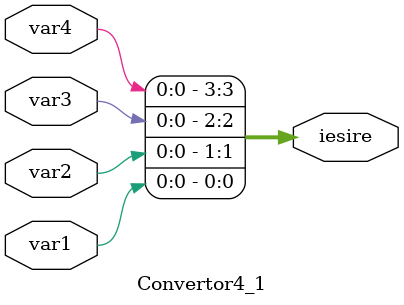
<source format=v>
`timescale 1ns / 1ps


module Convertor4_1(
    var1, var2, var3, var4, iesire
    );
    input var1, var2, var3, var4;
    output[3:0] iesire;
    
    assign iesire[0] = var1; 
    assign iesire[1] = var2;
    assign iesire[2] = var3;
    assign iesire[3] = var4;
    
endmodule

</source>
